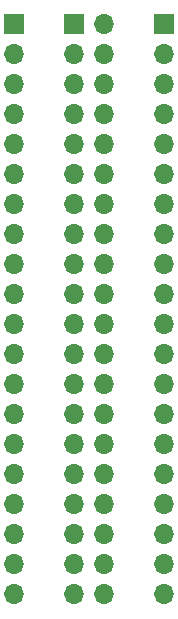
<source format=gts>
G04 #@! TF.GenerationSoftware,KiCad,Pcbnew,7.0.7*
G04 #@! TF.CreationDate,2023-08-24T22:47:44-04:00*
G04 #@! TF.ProjectId,40-pin header to breadboard adaptor,34302d70-696e-4206-9865-616465722074,rev?*
G04 #@! TF.SameCoordinates,Original*
G04 #@! TF.FileFunction,Soldermask,Top*
G04 #@! TF.FilePolarity,Negative*
%FSLAX46Y46*%
G04 Gerber Fmt 4.6, Leading zero omitted, Abs format (unit mm)*
G04 Created by KiCad (PCBNEW 7.0.7) date 2023-08-24 22:47:44*
%MOMM*%
%LPD*%
G01*
G04 APERTURE LIST*
%ADD10R,1.700000X1.700000*%
%ADD11O,1.700000X1.700000*%
G04 APERTURE END LIST*
D10*
X108585000Y-70104000D03*
D11*
X108585000Y-72644000D03*
X108585000Y-75184000D03*
X108585000Y-77724000D03*
X108585000Y-80264000D03*
X108585000Y-82804000D03*
X108585000Y-85344000D03*
X108585000Y-87884000D03*
X108585000Y-90424000D03*
X108585000Y-92964000D03*
X108585000Y-95504000D03*
X108585000Y-98044000D03*
X108585000Y-100584000D03*
X108585000Y-103124000D03*
X108585000Y-105664000D03*
X108585000Y-108204000D03*
X108585000Y-110744000D03*
X108585000Y-113284000D03*
X108585000Y-115824000D03*
X108585000Y-118364000D03*
D10*
X121285000Y-70104000D03*
D11*
X121285000Y-72644000D03*
X121285000Y-75184000D03*
X121285000Y-77724000D03*
X121285000Y-80264000D03*
X121285000Y-82804000D03*
X121285000Y-85344000D03*
X121285000Y-87884000D03*
X121285000Y-90424000D03*
X121285000Y-92964000D03*
X121285000Y-95504000D03*
X121285000Y-98044000D03*
X121285000Y-100584000D03*
X121285000Y-103124000D03*
X121285000Y-105664000D03*
X121285000Y-108204000D03*
X121285000Y-110744000D03*
X121285000Y-113284000D03*
X121285000Y-115824000D03*
X121285000Y-118364000D03*
D10*
X113665000Y-70104000D03*
D11*
X116205000Y-70104000D03*
X113665000Y-72644000D03*
X116205000Y-72644000D03*
X113665000Y-75184000D03*
X116205000Y-75184000D03*
X113665000Y-77724000D03*
X116205000Y-77724000D03*
X113665000Y-80264000D03*
X116205000Y-80264000D03*
X113665000Y-82804000D03*
X116205000Y-82804000D03*
X113665000Y-85344000D03*
X116205000Y-85344000D03*
X113665000Y-87884000D03*
X116205000Y-87884000D03*
X113665000Y-90424000D03*
X116205000Y-90424000D03*
X113665000Y-92964000D03*
X116205000Y-92964000D03*
X113665000Y-95504000D03*
X116205000Y-95504000D03*
X113665000Y-98044000D03*
X116205000Y-98044000D03*
X113665000Y-100584000D03*
X116205000Y-100584000D03*
X113665000Y-103124000D03*
X116205000Y-103124000D03*
X113665000Y-105664000D03*
X116205000Y-105664000D03*
X113665000Y-108204000D03*
X116205000Y-108204000D03*
X113665000Y-110744000D03*
X116205000Y-110744000D03*
X113665000Y-113284000D03*
X116205000Y-113284000D03*
X113665000Y-115824000D03*
X116205000Y-115824000D03*
X113665000Y-118364000D03*
X116205000Y-118364000D03*
M02*

</source>
